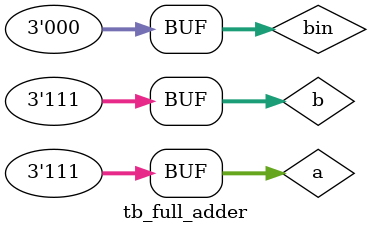
<source format=v>
module full_adder(a,b,bin,diff,cout);
input [2:0]a;
input [2:0]b;
input [2:0]bin;
output [2:0]diff;
output [2:0]cout;

assign diff = a^b^bin;
assign cout = (bin & b) | ((~a) & (bin|b)); 

endmodule


module tb_full_adder;

     reg [2:0]a;
	 reg [2:0]b;
	 reg [2:0]bin;
     wire [2:0]diff;
	 wire [2:0]cout;
	 integer i,j;
	 
     full_adder Fa (.a(a) ,.b(b),.diff(diff),.bin(bin),.cout(cout));
	 
     initial begin
		 
         $monitor("a = %b ,b= %b , diff = %b , borrow = %b ",a,b,diff,cout);
		 $dumpfile("fullsub.vcd");
		 $dumpvars;
a = 0; b = 0; bin = 0;#5
a = 0; b = 1; bin = 0;#5
a = 0; b = 2; bin = 0;#5
a = 0; b = 3; bin = 0;#5
a = 0; b = 4; bin = 0;#5
a = 0; b = 5; bin = 0;#5
a = 0; b = 6; bin = 0;#5
a = 0; b = 7; bin = 0;#5

a = 1; b = 0; bin = 0;#5
a = 1; b = 1; bin = 0;#5
a = 1; b = 2; bin = 0;#5
a = 1; b = 3; bin = 0;#5
a = 1; b = 4; bin = 0;#5
a = 1; b = 5; bin = 0;#5
a = 1; b = 6; bin = 0;#5
a = 1; b = 7; bin = 0;#5

a = 2; b = 0; bin = 0;#5
a = 2; b = 1; bin = 0;#5
a = 2; b = 2; bin = 0;#5
a = 2; b = 3; bin = 0;#5
a = 2; b = 4; bin = 0;#5
a = 2; b = 5; bin = 0;#5
a = 2; b = 6; bin = 0;#5
a = 2; b = 7; bin = 0;#5

a = 3; b = 0; bin = 0;#5
a = 3; b = 1; bin = 0;#5
a = 3; b = 2; bin = 0;#5
a = 3; b = 3; bin = 0;#5
a = 3; b = 4; bin = 0;#5
a = 3; b = 5; bin = 0;#5
a = 3; b = 6; bin = 0;#5
a = 3; b = 7; bin = 0;#5

a = 4; b = 0; bin = 0;#5
a = 4; b = 1; bin = 0;#5
a = 4; b = 2; bin = 0;#5
a = 4; b = 3; bin = 0;#5
a = 4; b = 4; bin = 0;#5
a = 4; b = 5; bin = 0;#5
a = 4; b = 6; bin = 0;#5
a = 4; b = 7; bin = 0;#5

a = 5; b = 0; bin = 0;#5
a = 5; b = 1; bin = 0;#5
a = 5; b = 2; bin = 0;#5
a = 5; b = 3; bin = 0;#5
a = 5; b = 4; bin = 0;#5
a = 5; b = 5; bin = 0;#5
a = 5; b = 6; bin = 0;#5
a = 5; b = 7; bin = 0;#5

a = 6; b = 0; bin = 0;#5
a = 6; b = 1; bin = 0;#5
a = 6; b = 2; bin = 0;#5
a = 6; b = 3; bin = 0;#5
a = 6; b = 4; bin = 0;#5
a = 6; b = 5; bin = 0;#5
a = 6; b = 6; bin = 0;#5
a = 6; b = 7; bin = 0;#5

a = 7; b = 0; bin = 0;#5
a = 7; b = 1; bin = 0;#5
a = 7; b = 2; bin = 0;#5
a = 7; b = 3; bin = 0;#5
a = 7; b = 4; bin = 0;#5
a = 7; b = 5; bin = 0;#5
a = 7; b = 6; bin = 0;#5
a = 7; b = 7; bin = 0;

end
 
endmodule

</source>
